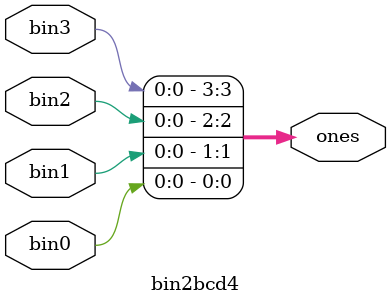
<source format=v>
`timescale 1ns / 1ps
module bin2bcd4(bin3,bin2,bin1,bin0,ones);
	input bin3,bin2,bin1,bin0;
	output reg [3:0] ones;
	always @(bin3,bin2,bin1,bin0) begin
	ones[3]=bin3;
	ones[2]=bin2;
	ones[1]=bin1;
	ones[0]=bin0;
	
	end
endmodule

</source>
